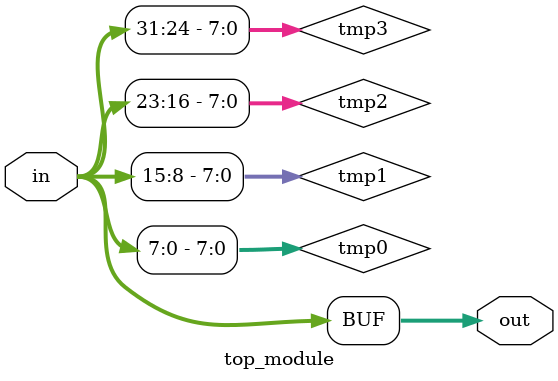
<source format=sv>
module top_module (
    input [31:0] in,
    output [31:0] out
);

// Declare a temporary wire for each 8-bit chunk
wire [7:0] tmp0, tmp1, tmp2, tmp3;

// Assign the first 8 bits of the input to tmp0
assign tmp0 = in[7:0];

// Assign the second 8 bits of the input to tmp1
assign tmp1 = in[15:8];

// Assign the third 8 bits of the input to tmp2
assign tmp2 = in[23:16];

// Assign the fourth 8 bits of the input to tmp3
assign tmp3 = in[31:24];

// Concatenate the temporary wires to form the output
assign out = {tmp3, tmp2, tmp1, tmp0};

endmodule

</source>
